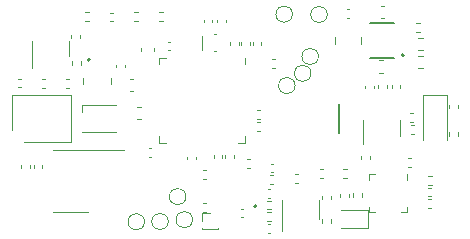
<source format=gbr>
G04 #@! TF.GenerationSoftware,KiCad,Pcbnew,7.0.7*
G04 #@! TF.CreationDate,2024-03-13T12:15:20+01:00*
G04 #@! TF.ProjectId,dictofun,64696374-6f66-4756-9e2e-6b696361645f,rev?*
G04 #@! TF.SameCoordinates,Original*
G04 #@! TF.FileFunction,Legend,Top*
G04 #@! TF.FilePolarity,Positive*
%FSLAX45Y45*%
G04 Gerber Fmt 4.5, Leading zero omitted, Abs format (unit mm)*
G04 Created by KiCad (PCBNEW 7.0.7) date 2024-03-13 12:15:20*
%MOMM*%
%LPD*%
G01*
G04 APERTURE LIST*
%ADD10C,0.120000*%
%ADD11C,0.200000*%
%ADD12C,0.127000*%
G04 APERTURE END LIST*
D10*
X13310224Y-10337360D02*
X13288656Y-10337360D01*
X13310224Y-10409360D02*
X13288656Y-10409360D01*
X13310224Y-10616760D02*
X13288656Y-10616760D01*
X13310224Y-10688760D02*
X13288656Y-10688760D01*
X14734980Y-9642464D02*
X14734980Y-9620896D01*
X14662980Y-9642464D02*
X14662980Y-9620896D01*
X11748740Y-10318104D02*
X11748740Y-10296536D01*
X11820740Y-10318104D02*
X11820740Y-10296536D01*
X11853740Y-10318104D02*
X11853740Y-10296536D01*
X11925740Y-10318104D02*
X11925740Y-10296536D01*
X14693000Y-10695000D02*
X14740500Y-10695000D01*
X15015000Y-10695000D02*
X14967500Y-10695000D01*
X14693000Y-10647500D02*
X14693000Y-10695000D01*
X15015000Y-10647500D02*
X15015000Y-10695000D01*
X14693000Y-10420500D02*
X14693000Y-10373000D01*
X15015000Y-10420500D02*
X15015000Y-10373000D01*
X14693000Y-10373000D02*
X14740500Y-10373000D01*
X15224884Y-10464700D02*
X15194156Y-10464700D01*
X15224884Y-10388700D02*
X15194156Y-10388700D01*
X15045044Y-10310300D02*
X15023476Y-10310300D01*
X15045044Y-10238300D02*
X15023476Y-10238300D01*
X14632000Y-10534636D02*
X14632000Y-10565364D01*
X14556000Y-10534636D02*
X14556000Y-10565364D01*
X14305364Y-10406000D02*
X14274636Y-10406000D01*
X14305364Y-10330000D02*
X14274636Y-10330000D01*
X14506364Y-10406000D02*
X14475636Y-10406000D01*
X14506364Y-10330000D02*
X14475636Y-10330000D01*
X14682380Y-10825320D02*
X14682380Y-10678320D01*
X14682380Y-10678320D02*
X14453880Y-10678320D01*
X14453880Y-10825320D02*
X14682380Y-10825320D01*
X15217764Y-10556680D02*
X15196196Y-10556680D01*
X15217764Y-10484680D02*
X15196196Y-10484680D01*
X15191616Y-10579200D02*
X15222344Y-10579200D01*
X15191616Y-10655200D02*
X15222344Y-10655200D01*
X15125364Y-9168000D02*
X15094636Y-9168000D01*
X15125364Y-9092000D02*
X15094636Y-9092000D01*
X13745856Y-9932160D02*
X13767424Y-9932160D01*
X13745856Y-10004160D02*
X13767424Y-10004160D01*
X15448000Y-10014636D02*
X15448000Y-10045364D01*
X15372000Y-10014636D02*
X15372000Y-10045364D01*
D11*
X13740240Y-10641580D02*
G75*
G03*
X13740240Y-10641580I-10000J0D01*
G01*
D10*
X12250320Y-9189596D02*
X12250320Y-9220324D01*
X12174320Y-9189596D02*
X12174320Y-9220324D01*
D11*
X12331160Y-9402130D02*
G75*
G03*
X12331160Y-9402130I-10000J0D01*
G01*
D10*
X13481800Y-9063976D02*
X13481800Y-9085544D01*
X13409800Y-9063976D02*
X13409800Y-9085544D01*
X13143380Y-10561320D02*
G75*
G03*
X13143380Y-10561320I-70000J0D01*
G01*
X12179400Y-9443844D02*
X12179400Y-9413116D01*
X12255400Y-9443844D02*
X12255400Y-9413116D01*
X15374000Y-9810784D02*
X15374000Y-9789216D01*
X15446000Y-9810784D02*
X15446000Y-9789216D01*
X13856324Y-10866000D02*
X13834756Y-10866000D01*
X13856324Y-10794000D02*
X13834756Y-10794000D01*
X15077564Y-10027820D02*
X15046836Y-10027820D01*
X15077564Y-9951820D02*
X15046836Y-9951820D01*
X13881724Y-10356020D02*
X13860156Y-10356020D01*
X13881724Y-10284020D02*
X13860156Y-10284020D01*
X14883960Y-9639924D02*
X14883960Y-9618356D01*
X14955960Y-9639924D02*
X14955960Y-9618356D01*
X13874196Y-9397560D02*
X13895764Y-9397560D01*
X13874196Y-9469560D02*
X13895764Y-9469560D01*
X12759778Y-9903660D02*
X12731662Y-9903660D01*
X12759778Y-9801660D02*
X12731662Y-9801660D01*
X12767180Y-9328238D02*
X12767180Y-9300122D01*
X12869180Y-9328238D02*
X12869180Y-9300122D01*
X13010504Y-9322240D02*
X12988936Y-9322240D01*
X13010504Y-9250240D02*
X12988936Y-9250240D01*
X12526244Y-9074860D02*
X12504676Y-9074860D01*
X12526244Y-9002860D02*
X12504676Y-9002860D01*
X13627724Y-10734480D02*
X13606156Y-10734480D01*
X13627724Y-10662480D02*
X13606156Y-10662480D01*
X13883764Y-10454540D02*
X13853036Y-10454540D01*
X13883764Y-10378540D02*
X13853036Y-10378540D01*
X13662036Y-10245920D02*
X13683604Y-10245920D01*
X13662036Y-10317920D02*
X13683604Y-10317920D01*
X14067940Y-9621520D02*
G75*
G03*
X14067940Y-9621520I-70000J0D01*
G01*
X12292896Y-9001860D02*
X12323624Y-9001860D01*
X12292896Y-9077860D02*
X12323624Y-9077860D01*
X14525784Y-9046000D02*
X14504216Y-9046000D01*
X14525784Y-8974000D02*
X14504216Y-8974000D01*
X14371220Y-10553576D02*
X14371220Y-10584304D01*
X14295220Y-10553576D02*
X14295220Y-10584304D01*
X14772200Y-9639924D02*
X14772200Y-9618356D01*
X14844200Y-9639924D02*
X14844200Y-9618356D01*
X13452280Y-10211376D02*
X13452280Y-10232944D01*
X13380280Y-10211376D02*
X13380280Y-10232944D01*
X13517440Y-9274164D02*
X13517440Y-9252596D01*
X13589440Y-9274164D02*
X13589440Y-9252596D01*
X11920636Y-9562000D02*
X11951364Y-9562000D01*
X11920636Y-9638000D02*
X11951364Y-9638000D01*
X11837880Y-9306560D02*
X11837880Y-9474060D01*
X11837880Y-9306560D02*
X11837880Y-9241560D01*
X12149880Y-9306560D02*
X12149880Y-9371560D01*
X12149880Y-9306560D02*
X12149880Y-9241560D01*
X13958780Y-10673080D02*
X13958780Y-10853080D01*
X13958780Y-10673080D02*
X13958780Y-10593080D01*
X14270780Y-10673080D02*
X14270780Y-10753080D01*
X14270780Y-10673080D02*
X14270780Y-10593080D01*
X12850484Y-10223940D02*
X12828916Y-10223940D01*
X12850484Y-10151940D02*
X12828916Y-10151940D01*
X14626000Y-9213875D02*
X14626000Y-9266125D01*
X14404000Y-9213875D02*
X14404000Y-9266125D01*
X15153726Y-9322250D02*
X15106274Y-9322250D01*
X15153726Y-9217750D02*
X15106274Y-9217750D01*
X12624240Y-9443096D02*
X12624240Y-9464664D01*
X12552240Y-9443096D02*
X12552240Y-9464664D01*
X14340000Y-9020000D02*
G75*
G03*
X14340000Y-9020000I-70000J0D01*
G01*
X12275060Y-9605080D02*
X12275060Y-9555080D01*
X12511060Y-9605080D02*
X12511060Y-9555080D01*
X14790942Y-8949000D02*
X14819058Y-8949000D01*
X14790942Y-9051000D02*
X14819058Y-9051000D01*
X14780942Y-9409000D02*
X14809058Y-9409000D01*
X14780942Y-9511000D02*
X14809058Y-9511000D01*
X14698880Y-10215756D02*
X14698880Y-10246484D01*
X14622880Y-10215756D02*
X14622880Y-10246484D01*
X13860904Y-10670440D02*
X13830176Y-10670440D01*
X13860904Y-10594440D02*
X13830176Y-10594440D01*
X12696278Y-9669980D02*
X12668162Y-9669980D01*
X12696278Y-9567980D02*
X12668162Y-9567980D01*
X13277380Y-9197640D02*
X13277380Y-9317640D01*
X13377380Y-9187640D02*
X13397380Y-9187640D01*
X13377380Y-9327640D02*
X13397380Y-9327640D01*
X13745856Y-9830560D02*
X13767424Y-9830560D01*
X13745856Y-9902560D02*
X13767424Y-9902560D01*
X14520000Y-10539216D02*
X14520000Y-10560784D01*
X14448000Y-10539216D02*
X14448000Y-10560784D01*
X13199260Y-10756900D02*
G75*
G03*
X13199260Y-10756900I-70000J0D01*
G01*
X15153726Y-9472250D02*
X15106274Y-9472250D01*
X15153726Y-9367750D02*
X15106274Y-9367750D01*
X14202560Y-9517380D02*
G75*
G03*
X14202560Y-9517380I-70000J0D01*
G01*
D11*
X14442500Y-10020000D02*
X14442500Y-9780000D01*
D10*
X13546260Y-10212716D02*
X13546260Y-10234284D01*
X13474260Y-10212716D02*
X13474260Y-10234284D01*
X14265000Y-9375000D02*
G75*
G03*
X14265000Y-9375000I-70000J0D01*
G01*
X13611420Y-9274164D02*
X13611420Y-9252596D01*
X13683420Y-9274164D02*
X13683420Y-9252596D01*
X15350000Y-9699000D02*
X15150000Y-9699000D01*
X15350000Y-9699000D02*
X15350000Y-10085000D01*
X15150000Y-9699000D02*
X15150000Y-10085000D01*
X12125636Y-9564000D02*
X12156364Y-9564000D01*
X12125636Y-9640000D02*
X12156364Y-9640000D01*
X14045080Y-9017000D02*
G75*
G03*
X14045080Y-9017000I-70000J0D01*
G01*
X13709140Y-9274164D02*
X13709140Y-9252596D01*
X13781140Y-9274164D02*
X13781140Y-9252596D01*
X12947224Y-9077860D02*
X12916496Y-9077860D01*
X12947224Y-9001860D02*
X12916496Y-9001860D01*
D12*
X14905000Y-9390000D02*
X14705000Y-9390000D01*
X14905000Y-9090000D02*
X14705000Y-9090000D01*
D11*
X14990000Y-9365000D02*
G75*
G03*
X14990000Y-9365000I-10000J0D01*
G01*
D10*
X13856324Y-10571000D02*
X13834756Y-10571000D01*
X13856324Y-10499000D02*
X13834756Y-10499000D01*
X12265000Y-9785000D02*
X12555000Y-9785000D01*
X12265000Y-9845000D02*
X12265000Y-9785000D01*
X12265000Y-10015000D02*
X12555000Y-10015000D01*
X13226220Y-10225416D02*
X13226220Y-10246984D01*
X13154220Y-10225416D02*
X13154220Y-10246984D01*
X12792860Y-10774680D02*
G75*
G03*
X12792860Y-10774680I-70000J0D01*
G01*
X15065364Y-9929300D02*
X15043796Y-9929300D01*
X15065364Y-9857300D02*
X15043796Y-9857300D01*
X12170000Y-10100000D02*
X11770000Y-10100000D01*
X11670000Y-10000000D02*
X11670000Y-9700000D01*
X11670000Y-9700000D02*
X12170000Y-9700000D01*
X12170000Y-9700000D02*
X12170000Y-10100000D01*
X14064636Y-10372000D02*
X14095364Y-10372000D01*
X14064636Y-10448000D02*
X14095364Y-10448000D01*
X12618240Y-10165700D02*
X12018240Y-10165700D01*
X12318240Y-10687700D02*
X12018240Y-10687700D01*
X12993520Y-10772140D02*
G75*
G03*
X12993520Y-10772140I-70000J0D01*
G01*
X13367500Y-9063976D02*
X13367500Y-9085544D01*
X13295500Y-9063976D02*
X13295500Y-9085544D01*
X13278200Y-10698560D02*
X13347700Y-10698560D01*
X13278200Y-10767060D02*
X13278200Y-10698560D01*
X13278200Y-10835560D02*
X13278200Y-10823060D01*
X13278200Y-10835560D02*
X13286872Y-10835560D01*
X13278200Y-10835560D02*
X13417200Y-10835560D01*
X13408528Y-10835560D02*
X13417200Y-10835560D01*
X13417200Y-10835560D02*
X13417200Y-10823060D01*
X13859904Y-10768000D02*
X13829176Y-10768000D01*
X13859904Y-10692000D02*
X13829176Y-10692000D01*
X14371220Y-10751636D02*
X14371220Y-10782364D01*
X14295220Y-10751636D02*
X14295220Y-10782364D01*
X13640790Y-9384310D02*
X13640790Y-9440310D01*
X12918790Y-9384310D02*
X12974790Y-9384310D01*
X12918790Y-9384310D02*
X12918790Y-9440310D01*
X13640790Y-10106310D02*
X13640790Y-10050310D01*
X13640790Y-10106310D02*
X13584790Y-10106310D01*
X12918790Y-10106310D02*
X12918790Y-10050310D01*
X12918790Y-10106310D02*
X12974790Y-10106310D01*
X12738024Y-9077860D02*
X12707296Y-9077860D01*
X12738024Y-9001860D02*
X12707296Y-9001860D01*
X11745784Y-9636000D02*
X11724216Y-9636000D01*
X11745784Y-9564000D02*
X11724216Y-9564000D01*
X14641020Y-9916000D02*
X14641020Y-10116000D01*
X14953020Y-10046000D02*
X14953020Y-9916000D01*
M02*

</source>
